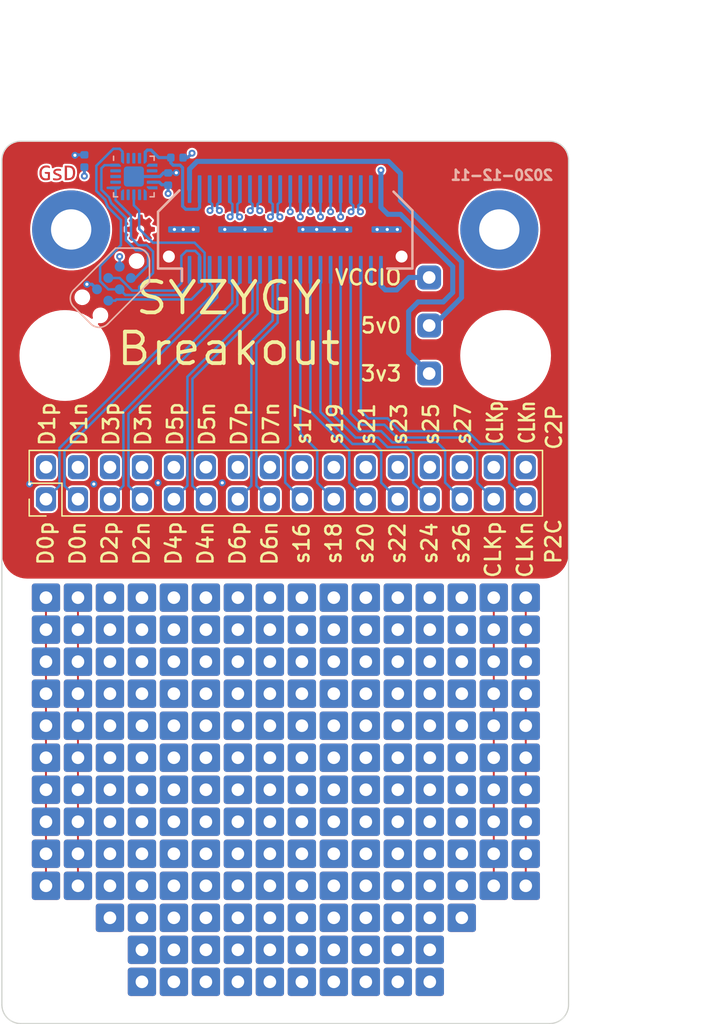
<source format=kicad_pcb>
(kicad_pcb (version 20221018) (generator pcbnew)
  (title_block (title "CAN Breakout") (date "2020-05-26") (rev "r1.0") (comment 1 "SYZYGY Pod"))
  (layers (0 "F.Cu" signal) (1 "In1.Cu" power) (2 "In2.Cu" signal) (31 "B.Cu" signal) (34 "B.Paste" user) (35 "F.Paste" user) (36 "B.SilkS" user "B.Silkscreen") (37 "F.SilkS" user "F.Silkscreen") (38 "B.Mask" user) (39 "F.Mask" user) (44 "Edge.Cuts" user))
  (net 0 "")
  (net 1 "GND")
  (net 2 "+3V3")
  (net 3 "/Peripheral MCU/MISO")
  (net 4 "/Peripheral MCU/~{RESET}")
  (net 5 "/SCL")
  (net 6 "/SDA")
  (net 7 "/RGA")
  (net 8 "/D0_P")
  (net 9 "/D1_P")
  (net 10 "/D0_N")
  (net 11 "/D1_N")
  (net 12 "/D2_P")
  (net 13 "/D3_P")
  (net 14 "/D2_N")
  (net 15 "+5V")
  (net 16 "/D3_N")
  (net 17 "/D4_P")
  (net 18 "/D5_P")
  (net 19 "/D4_N")
  (net 20 "/D5_N")
  (net 21 "/D6_P")
  (net 22 "/D7_P")
  (net 23 "/D6_N")
  (net 24 "/D7_N")
  (net 25 "/S16")
  (net 26 "/S17")
  (net 27 "/S18")
  (net 28 "/S19")
  (net 29 "/S20")
  (net 30 "/S21")
  (net 31 "/S22")
  (net 32 "/S23")
  (net 33 "/S24")
  (net 34 "/S25")
  (net 35 "/S26")
  (net 36 "/S27")
  (net 37 "/P2C_CLK_P")
  (net 38 "/C2P_CLK_P")
  (net 39 "/P2C_CLK_N")
  (net 40 "/C2P_CLK_N")
  (net 41 "no_connect_55")
  (net 42 "no_connect_56")
  (net 43 "no_connect_51")
  (net 44 "no_connect_52")
  (net 45 "no_connect_53")
  (net 46 "no_connect_54")
  (net 47 "Net-(U2-Pad2)")
  (net 48 "Net-(U2-Pad3)")
  (net 49 "Net-(U2-Pad4)")
  (net 50 "Net-(U2-Pad11)")
  (net 51 "Net-(U2-Pad12)")
  (net 52 "Net-(U2-Pad14)")
  (net 53 "Net-(U2-Pad15)")
  (net 54 "Net-(J1-Pad37)")
  (net 55 "Net-(J1-Pad38)")
  (net 56 "/VCCIO")
  (footprint "Connector_PinHeader_1.00mm:PinHeader_1x01_P1.00mm_Vertical" (layer "F.Cu") (at 126.24 117.41)
    (fp_text reference "" hide)
    (fp_text value "" hide)
  )
  (footprint "Connector_PinHeader_2.54mm:PinHeader_1x01_P2.54mm_Vertical" (layer "F.Cu") (at 141.43 92.01)
    (fp_text reference "J6" hide)
    (fp_text value "Conn_01x01_Male" hide)
  )
  (footprint "Connector_PinHeader_1.00mm:PinHeader_1x01_P1.00mm_Vertical" (layer "F.Cu") (at 138.94 119.95)
    (fp_text reference "" hide)
    (fp_text value "" hide)
  )
  (footprint "Connector_PinHeader_1.00mm:PinHeader_1x01_P1.00mm_Vertical" (layer "F.Cu") (at 131.32 137.73)
    (fp_text reference "" hide)
    (fp_text value "" hide)
  )
  (footprint "Connector_PinHeader_1.00mm:PinHeader_1x01_P1.00mm_Vertical" (layer "F.Cu") (at 149.1 132.65)
    (fp_text reference "" hide)
    (fp_text value "" hide)
  )
  (footprint "Connector_PinHeader_1.00mm:PinHeader_1x01_P1.00mm_Vertical" (layer "F.Cu") (at 138.94 142.81)
    (fp_text reference "" hide)
    (fp_text value "" hide)
  )
  (footprint "Connector_PinHeader_1.00mm:PinHeader_1x01_P1.00mm_Vertical" (layer "F.Cu") (at 121.16 130.11)
    (fp_text reference "" hide)
    (fp_text value "" hide)
  )
  (footprint "Connector_PinHeader_1.00mm:PinHeader_1x01_P1.00mm_Vertical" (layer "F.Cu") (at 144.02 140.27)
    (fp_text reference "" hide)
    (fp_text value "" hide)
  )
  (footprint "Connector_PinHeader_1.00mm:PinHeader_1x01_P1.00mm_Vertical" (layer "F.Cu") (at 141.48 145.35)
    (fp_text reference "" hide)
    (fp_text value "" hide)
  )
  (footprint "Connector_PinHeader_1.00mm:PinHeader_1x01_P1.00mm_Vertical" (layer "F.Cu") (at 123.7 145.35)
    (fp_text reference "" hide)
    (fp_text value "" hide)
  )
  (footprint "Connector_PinHeader_1.00mm:PinHeader_1x01_P1.00mm_Vertical" (layer "F.Cu") (at 111 137.73)
    (fp_text reference "" hide)
    (fp_text value "" hide)
  )
  (footprint "Connector_PinHeader_1.00mm:PinHeader_1x01_P1.00mm_Vertical" (layer "F.Cu") (at 128.78 130.11)
    (fp_text reference "" hide)
    (fp_text value "" hide)
  )
  (footprint "Connector_PinHeader_1.00mm:PinHeader_1x01_P1.00mm_Vertical" (layer "F.Cu") (at 116.08 122.49)
    (fp_text reference "" hide)
    (fp_text value "" hide)
  )
  (footprint "Connector_PinHeader_1.00mm:PinHeader_1x01_P1.00mm_Vertical" (layer "F.Cu") (at 113.54 125.03)
    (fp_text reference "" hide)
    (fp_text value "" hide)
  )
  (footprint "Connector_PinHeader_1.00mm:PinHeader_1x01_P1.00mm_Vertical" (layer "F.Cu") (at 141.48 125.03)
    (fp_text reference "" hide)
    (fp_text value "" hide)
  )
  (footprint "Connector_PinHeader_1.00mm:PinHeader_1x01_P1.00mm_Vertical" (layer "F.Cu") (at 146.56 117.41)
    (fp_text reference "" hide)
    (fp_text value "" hide)
  )
  (footprint "Connector_PinHeader_1.00mm:PinHeader_1x01_P1.00mm_Vertical" (layer "F.Cu") (at 133.86 122.49)
    (fp_text reference "" hide)
    (fp_text value "" hide)
  )
  (footprint "Connector_PinHeader_1.00mm:PinHeader_1x01_P1.00mm_Vertical" (layer "F.Cu") (at 138.94 117.41)
    (fp_text reference "" hide)
    (fp_text value "" hide)
  )
  (footprint "Connector_PinHeader_1.00mm:PinHeader_1x01_P1.00mm_Vertical" (layer "F.Cu") (at 136.4 132.65)
    (fp_text reference "" hide)
    (fp_text value "" hide)
  )
  (footprint "Connector_PinHeader_1.00mm:PinHeader_1x01_P1.00mm_Vertical" (layer "F.Cu") (at 123.7 130.11)
    (fp_text reference "" hide)
    (fp_text value "" hide)
  )
  (footprint "Connector_PinHeader_1.00mm:PinHeader_1x01_P1.00mm_Vertical" (layer "F.Cu") (at 111 135.19)
    (fp_text reference "" hide)
    (fp_text value "" hide)
  )
  (footprint "Connector_PinHeader_1.00mm:PinHeader_1x01_P1.00mm_Vertical" (layer "F.Cu") (at 123.7 122.49)
    (fp_text reference "" hide)
    (fp_text value "" hide)
  )
  (footprint "Connector_PinHeader_1.00mm:PinHeader_1x01_P1.00mm_Vertical" (layer "F.Cu") (at 116.08 130.11)
    (fp_text reference "" hide)
    (fp_text value "" hide)
  )
  (footprint "Connector_PinHeader_1.00mm:PinHeader_1x01_P1.00mm_Vertical" (layer "F.Cu") (at 141.48 142.81)
    (fp_text reference "" hide)
    (fp_text value "" hide)
  )
  (footprint "Connector_PinHeader_1.00mm:PinHeader_1x01_P1.00mm_Vertical" (layer "F.Cu") (at 123.7 119.95)
    (fp_text reference "" hide)
    (fp_text value "" hide)
  )
  (footprint "Connector_PinHeader_1.00mm:PinHeader_1x01_P1.00mm_Vertical" (layer "F.Cu") (at 138.94 135.19)
    (fp_text reference "" hide)
    (fp_text value "" hide)
  )
  (footprint "Connector_PinHeader_1.00mm:PinHeader_1x01_P1.00mm_Vertical" (layer "F.Cu") (at 144.02 127.57)
    (fp_text reference "" hide)
    (fp_text value "" hide)
  )
  (footprint "Connector_PinHeader_1.00mm:PinHeader_1x01_P1.00mm_Vertical" (layer "F.Cu") (at 121.16 117.41)
    (fp_text reference "" hide)
    (fp_text value "" hide)
  )
  (footprint "Connector_PinHeader_1.00mm:PinHeader_1x01_P1.00mm_Vertical" (layer "F.Cu") (at 131.32 130.11)
    (fp_text reference "" hide)
    (fp_text value "" hide)
  )
  (footprint "Connector_PinHeader_1.00mm:PinHeader_1x01_P1.00mm_Vertical" (layer "F.Cu") (at 121.16 137.73)
    (fp_text reference "" hide)
    (fp_text value "" hide)
  )
  (footprint "Connector_PinHeader_1.00mm:PinHeader_1x01_P1.00mm_Vertical" (layer "F.Cu") (at 123.7 125.03)
    (fp_text reference "" hide)
    (fp_text value "" hide)
  )
  (footprint "Connector_PinHeader_1.00mm:PinHeader_1x01_P1.00mm_Vertical" (layer "F.Cu") (at 118.62 137.73)
    (fp_text reference "" hide)
    (fp_text value "" hide)
  )
  (footprint "Connector_PinHeader_1.00mm:PinHeader_1x01_P1.00mm_Vertical" (layer "F.Cu") (at 126.24 130.11)
    (fp_text reference "" hide)
    (fp_text value "" hide)
  )
  (footprint "Connector_PinHeader_1.00mm:PinHeader_1x01_P1.00mm_Vertical" (layer "F.Cu") (at 136.4 125.03)
    (fp_text reference "" hide)
    (fp_text value "" hide)
  )
  (footprint "Connector_PinHeader_1.00mm:PinHeader_1x01_P1.00mm_Vertical" (layer "F.Cu") (at 131.32 140.27)
    (fp_text reference "" hide)
    (fp_text value "" hide)
  )
  (footprint "Connector_PinHeader_1.00mm:PinHeader_1x01_P1.00mm_Vertical" (layer "F.Cu") (at 141.48 137.73)
    (fp_text reference "" hide)
    (fp_text value "" hide)
  )
  (footprint "Connector_PinHeader_1.00mm:PinHeader_1x01_P1.00mm_Vertical" (layer "F.Cu") (at 146.56 130.11)
    (fp_text reference "" hide)
    (fp_text value "" hide)
  )
  (footprint "Connector_PinHeader_1.00mm:PinHeader_1x01_P1.00mm_Vertical" (layer "F.Cu") (at 144.02 130.11)
    (fp_text reference "" hide)
    (fp_text value "" hide)
  )
  (footprint "MountingHole:MountingHole_3.2mm_M3_DIN965" (layer "F.Cu") (at 147.5 98.2 90)
    (fp_text reference "H2" hide)
    (fp_text value "MountingHole" hide)
  )
  (footprint "Connector_PinHeader_1.00mm:PinHeader_1x01_P1.00mm_Vertical" (layer "F.Cu") (at 149.1 119.95)
    (fp_text reference "" hide)
    (fp_text value "" hide)
  )
  (footprint "Connector_PinHeader_1.00mm:PinHeader_1x01_P1.00mm_Vertical" (layer "F.Cu") (at 121.16 122.49)
    (fp_text reference "" hide)
    (fp_text value "" hide)
  )
  (footprint "MountingHole:MountingHole_3.2mm_M3_DIN965" (layer "F.Cu") (at 112.4 146.2 90)
    (fp_text reference "H3" hide)
    (fp_text value "MountingHole" hide)
  )
  (footprint "Connector_PinHeader_1.00mm:PinHeader_1x01_P1.00mm_Vertical" (layer "F.Cu") (at 131.32 145.35)
    (fp_text reference "" hide)
    (fp_text value "" hide)
  )
  (footprint "Connector_PinHeader_1.00mm:PinHeader_1x01_P1.00mm_Vertical" (layer "F.Cu") (at 111 132.65)
    (fp_text reference "" hide)
    (fp_text value "" hide)
  )
  (footprint "Connector_PinHeader_1.00mm:PinHeader_1x01_P1.00mm_Vertical" (layer "F.Cu") (at 136.4 122.49)
    (fp_text reference "" hide)
    (fp_text value "" hide)
  )
  (footprint "Connector_PinHeader_1.00mm:PinHeader_1x01_P1.00mm_Vertical" (layer "F.Cu") (at 118.62 135.19)
    (fp_text reference "" hide)
    (fp_text value "" hide)
  )
  (footprint "Connector_PinHeader_1.00mm:PinHeader_1x01_P1.00mm_Vertical" (layer "F.Cu") (at 116.08 142.81)
    (fp_text reference "" hide)
    (fp_text value "" hide)
  )
  (footprint "Connector_PinHeader_1.00mm:PinHeader_1x01_P1.00mm_Vertical" (layer "F.Cu") (at 128.78 140.27)
    (fp_text reference "" hide)
    (fp_text value "" hide)
  )
  (footprint "Connector_PinHeader_1.00mm:PinHeader_1x01_P1.00mm_Vertical" (layer "F.Cu") (at 136.4 140.27)
    (fp_text reference "" hide)
    (fp_text value "" hide)
  )
  (footprint "MountingHole:MountingHole_3.2mm_M3_DIN965" (layer "F.Cu") (at 112.5 98.2 90)
    (fp_text reference "H1" hide)
    (fp_text value "MountingHole" hide)
  )
  (footprint "Connector_PinHeader_1.00mm:PinHeader_1x01_P1.00mm_Vertical" (layer "F.Cu") (at 128.78 122.49)
    (fp_text reference "" hide)
    (fp_text value "" hide)
  )
  (footprint "Connector_PinHeader_1.00mm:PinHeader_1x01_P1.00mm_Vertical" (layer "F.Cu") (at 128.78 117.41)
    (fp_text reference "" hide)
    (fp_text value "" hide)
  )
  (footprint "Connector_PinHeader_1.00mm:PinHeader_1x01_P1.00mm_Vertical" (layer "F.Cu") (at 149.1 135.19)
    (fp_text reference "" hide)
    (fp_text value "" hide)
  )
  (footprint "Connector_PinHeader_1.00mm:PinHeader_1x01_P1.00mm_Vertical" (layer "F.Cu") (at 128.78 137.73)
    (fp_text reference "" hide)
    (fp_text value "" hide)
  )
  (footprint "Connector_PinHeader_1.00mm:PinHeader_1x01_P1.00mm_Vertical" (layer "F.Cu") (at 141.48 117.41)
    (fp_text reference "" hide)
    (fp_text value "" hide)
  )
  (footprint "Connector_PinHeader_1.00mm:PinHeader_1x01_P1.00mm_Vertical" (layer "F.Cu") (at 118.62 117.41)
    (fp_text reference "" hide)
    (fp_text value "" hide)
  )
  (footprint "Connector_PinHeader_1.00mm:PinHeader_1x01_P1.00mm_Vertical" (layer "F.Cu") (at 123.7 142.81)
    (fp_text reference "" hide)
    (fp_text value "" hide)
  )
  (footprint "Connector_PinHeader_1.00mm:PinHeader_1x01_P1.00mm_Vertical" (layer "F.Cu") (at 113.54 127.57)
    (fp_text reference "" hide)
    (fp_text value "" hide)
  )
  (footprint "Connector_PinHeader_1.00mm:PinHeader_1x01_P1.00mm_Vertical" (layer "F.Cu") (at 126.24 137.73)
    (fp_text reference "" hide)
    (fp_text value "" hide)
  )
  (footprint "Connector_PinHeader_1.00mm:PinHeader_1x01_P1.00mm_Vertical" (layer "F.Cu") (at 123.7 132.65)
    (fp_text reference "" hide)
    (fp_text value "" hide)
  )
  (footprint "Connector_PinHeader_1.00mm:PinHeader_1x01_P1.00mm_Vertical" (layer "F.Cu") (at 118.62 125.03)
    (fp_text reference "" hide)
    (fp_text value "" hide)
  )
  (footprint "Connector_PinHeader_1.00mm:PinHeader_1x01_P1.00mm_Vertical" (layer "F.Cu") (at 118.62 142.81)
    (fp_text reference "" hide)
    (fp_text value "" hide)
  )
  (footprint "Connector_PinHeader_1.00mm:PinHeader_1x01_P1.00mm_Vertical" (layer "F.Cu") (at 146.56 119.95)
    (fp_text reference "" hide)
    (fp_text value "" hide)
  )
  (footprint "Connector_PinHeader_1.00mm:PinHeader_1x01_P1.00mm_Vertical" (layer "F.Cu") (at 126.24 140.27)
    (fp_text reference "" hide)
    (fp_text value "" hide)
  )
  (footprint "Connector_PinHeader_1.00mm:PinHeader_1x01_P1.00mm_Vertical" (layer "F.Cu") (at 146.56 125.03)
    (fp_text reference "" hide)
    (fp_text value "" hide)
  )
  (footprint "Connector_PinHeader_1.00mm:PinHeader_1x01_P1.00mm_Vertical" (layer "F.Cu") (at 111 117.41)
    (fp_text reference "" hide)
    (fp_text value "" hide)
  )
  (footprint "Connector_PinHeader_1.00mm:PinHeader_1x01_P1.00mm_Vertical" (layer "F.Cu") (at 126.24 132.65)
    (fp_text reference "" hide)
    (fp_text value "" hide)
  )
  (footprint "Connector_PinHeader_1.00mm:PinHeader_1x01_P1.00mm_Vertical" (layer "F.Cu") (at 131.32 117.41)
    (fp_text reference "" hide)
    (fp_text value "" hide)
  )
  (footprint "Connector_PinHeader_1.00mm:PinHeader_1x01_P1.00mm_Vertical" (layer "F.Cu") (at 126.24 122.49)
    (fp_text reference "" hide)
    (fp_text value "" hide)
  )
  (footprint "Connector_PinHeader_1.00mm:PinHeader_1x01_P1.00mm_Vertical" (layer "F.Cu") (at 116.08 117.41)
    (fp_text reference "" hide)
    (fp_text value "" hide)
  )
  (footprint "Connector_PinHeader_1.00mm:PinHeader_1x01_P1.00mm_Vertical" (layer "F.Cu") (at 138.94 137.73)
    (fp_text reference "" hide)
    (fp_text value "" hide)
  )
  (footprint "Connector_PinHeader_1.00mm:PinHeader_1x01_P1.00mm_Vertical" (layer "F.Cu") (at 118.62 122.49)
    (fp_text reference "" hide)
    (fp_text value "" hide)
  )
  (footprint "Connector_PinHeader_1.00mm:PinHeader_1x01_P1.00mm_Vertical" (layer "F.Cu") (at 118.62 147.89)
    (fp_text reference "" hide)
    (fp_text value "" hide)
  )
  (footprint "Connector_PinHeader_1.00mm:PinHeader_1x01_P1.00mm_Vertical" (layer "F.Cu") (at 133.86 140.27)
    (fp_text reference "" hide)
    (fp_text value "" hide)
  )
  (footprint "Connector_PinHeader_1.00mm:PinHeader_1x01_P1.00mm_Vertical" (layer "F.Cu") (at 121.16 142.81)
    (fp_text reference "" hide)
    (fp_text value "" hide)
  )
  (footprint "Connector_PinHeader_1.00mm:PinHeader_1x01_P1.00mm_Vertical" (layer "F.Cu") (at 126.24 119.95)
    (fp_text reference "" hide)
    (fp_text value "" hide)
  )
  (footprint "Connector_PinHeader_1.00mm:PinHeader_1x01_P1.00mm_Vertical" (layer "F.Cu") (at 123.7 140.27)
    (fp_text reference "" hide)
    (fp_text value "" hide)
  )
  (footprint "Connector_PinHeader_1.00mm:PinHeader_1x01_P1.00mm_Vertical" (layer "F.Cu") (at 144.02 125.03)
    (fp_text reference "" hide)
    (fp_text value "" hide)
  )
  (footprint "Connector_PinHeader_1.00mm:PinHeader_1x01_P1.00mm_Vertical" (layer "F.Cu") (at 131.32 122.49)
    (fp_text reference "" hide)
    (fp_text value "" hide)
  )
  (footprint "gkl_logos:gsd_logo_small" (layer "F.Cu") (at 111.9 83.8)
    (fp_text reference "G***" hide)
    (fp_text value "LOGO" hide)
  )
  (footprint "Connector_PinHeader_1.00mm:PinHeader_1x01_P1.00mm_Vertical" (layer "F.Cu") (at 118.62 140.27)
    (fp_text reference "" hide)
    (fp_text value "" hide)
  )
  (footprint "Connector_PinHeader_1.00mm:PinHeader_1x01_P1.00mm_Vertical" (layer "F.Cu") (at 131.32 142.81)
    (fp_text reference "" hide)
    (fp_text value "" hide)
  )
  (footprint "Connector_PinHeader_1.00mm:PinHeader_1x01_P1.00mm_Vertical" (layer "F.Cu") (at 146.56 127.57)
    (fp_text reference "" hide)
    (fp_text value "" hide)
  )
  (footprint "Connector_PinHeader_1.00mm:PinHeader_1x01_P1.00mm_Vertical" (layer "F.Cu") (at 133.86 137.73)
    (fp_text reference "" hide)
    (fp_text value "" hide)
  )
  (footprint "Connector_PinHeader_1.00mm:PinHeader_1x01_P1.00mm_Vertical" (layer "F.Cu") (at 116.08 140.27)
    (fp_text reference "" hide)
    (fp_text value "" hide)
  )
  (footprint "Connector_PinHeader_1.00mm:PinHeader_1x01_P1.00mm_Vertical" (layer "F.Cu") (at 131.32 119.95)
    (fp_text reference "" hide)
    (fp_text value "" hide)
  )
  (footprint "Connector_PinHeader_1.00mm:PinHeader_1x01_P1.00mm_Vertical" (layer "F.Cu") (at 133.86 142.81)
    (fp_text reference "" hide)
    (fp_text value "" hide)
  )
  (footprint "Connector_PinHeader_1.00mm:PinHeader_1x01_P1.00mm_Vertical" (layer "F.Cu") (at 111 119.95)
    (fp_text reference "" hide)
    (fp_text value "" hide)
  )
  (footprint "Connector_PinHeader_1.00mm:PinHeader_1x01_P1.00mm_Vertical" (layer "F.Cu") (at 123.7 147.89)
    (fp_text reference "" hide)
    (fp_text value "" hide)
  )
  (footprint "Connector_PinHeader_1.00mm:PinHeader_1x01_P1.00mm_Vertical" (layer "F.Cu") (at 138.94 140.27)
    (fp_text reference "" hide)
    (fp_text value "" hide)
  )
  (footprint "Connector_PinHeader_1.00mm:PinHeader_1x01_P1.00mm_Vertical" (layer "F.Cu") (at 121.16 145.35)
    (fp_text reference "" hide)
    (fp_text value "" hide)
  )
  (footprint "Connector_PinHeader_1.00mm:PinHeader_1x01_P1.00mm_Vertical" (layer "F.Cu") (at 136.4 145.35)
    (fp_text reference "" hide)
    (fp_text value "" hide)
  )
  (footprint "Connector_PinHeader_1.00mm:PinHeader_1x01_P1.00mm_Vertical" (layer "F.Cu") (at 141.48 130.11)
    (fp_text reference "" hide)
    (fp_text value "" hide)
  )
  (footprint "Connector_PinHeader_1.00mm:PinHeader_1x01_P1.00mm_Vertical" (layer "F.Cu") (at 113.54 137.73)
    (fp_text reference "" hide)
    (fp_text value "" hide)
  )
  (footprint "Connector_PinHeader_1.00mm:PinHeader_1x01_P1.00mm_Vertical" (layer "F.Cu") (at 133.86 147.89)
    (fp_text reference "" hide)
    (fp_text value "" hide)
  )
  (footprint "Connector_PinHeader_1.00mm:PinHeader_1x01_P1.00mm_Vertical" (layer "F.Cu") (at 146.56 122.49)
    (fp_text reference "" hide)
    (fp_text value "" hide)
  )
  (footprint "Connector_PinHeader_1.00mm:PinHeader_1x01_P1.00mm_Vertical" (layer "F.Cu") (at 131.32 125.03)
    (fp_text reference "" hide)
    (fp_text value "" hide)
  )
  (footprint "Connector_PinHeader_1.00mm:PinHeader_1x01_P1.00mm_Vertical" (layer "F.Cu") (at 116.08 119.95)
    (fp_text reference "" hide)
    (fp_text value "" hide)
  )
  (footprint "Connector_PinHeader_1.00mm:PinHeader_1x01_P1.00mm_Vertical" (layer "F.Cu") (at 128.78 119.95)
    (fp_text reference "" hide)
    (fp_text value "" hide)
  )
  (footprint "Connector_PinHeader_1.00mm:PinHeader_1x01_P1.00mm_Vertical" (layer "F.Cu") (at 144.02 119.95)
    (fp_text reference "" hide)
    (fp_text value "" hide)
  )
  (footprint "Connector_PinHeader_1.00mm:PinHeader_1x01_P1.00mm_Vertical" (layer "F.Cu") (at 116.08 135.19)
    (fp_text reference "" hide)
    (fp_text value "" hide)
  )
  (footprint "Connector_PinHeader_1.00mm:PinHeader_1x01_P1.00mm_Vertical" (layer "F.Cu") (at 138.94 127.57)
    (fp_text reference "" hide)
    (fp_text value "" hide)
  )
  (footprint "Connector_PinHeader_1.00mm:PinHeader_1x01_P1.00mm_Vertical" (layer "F.Cu") (at 136.4 119.95)
    (fp_text reference "" hide)
    (fp_text value "" hide)
  )
  (footprint "Connector_PinHeader_1.00mm:PinHeader_1x01_P1.00mm_Vertical" (layer "F.Cu") (at 113.54 135.19)
    (fp_text reference "" hide)
    (fp_text value "" hide)
  )
  (footprint "Connector_PinHeader_1.00mm:PinHeader_1x01_P1.00mm_Vertical" (layer "F.Cu") (at 111 127.57)
    (fp_text reference "" hide)
    (fp_text value "" hide)
  )
  (footprint "Connector_PinHeader_1.00mm:PinHeader_1x01_P1.00mm_Vertical" (layer "F.Cu") (at 133.86 125.03)
    (fp_text reference "" hide)
    (fp_text value "" hide)
  )
  (footprint "Connector_PinHeader_1.00mm:PinHeader_1x01_P1.00mm_Vertical" (layer "F.Cu") (at 116.08 137.73)
    (fp_text reference "" hide)
    (fp_text value "" hide)
  )
  (footprint "Connector_PinHeader_1.00mm:PinHeader_1x01_P1.00mm_Vertical" (layer "F.Cu") (at 113.54 140.27)
    (fp_text reference "" hide)
    (fp_text value "" hide)
  )
  (footprint "Connector_PinHeader_1.00mm:PinHeader_1x01_P1.00mm_Vertical" (layer "F.Cu") (at 123.7 135.19)
    (fp_text reference "" hide)
    (fp_text value "" hide)
  )
  (footprint "Connector_PinHeader_1.00mm:PinHeader_1x01_P1.00mm_Vertical" (layer "F.Cu") (at 133.86 117.41)
    (fp_text reference "" hide)
    (fp_text value "" hide)
  )
  (footprint "Connector_PinHeader_1.00mm:PinHeader_1x01_P1.00mm_Vertical" (layer "F.Cu") (at 141.48 119.95)
    (fp_text reference "" hide)
    (fp_text value "" hide)
  )
  (footprint "Connector_PinHeader_1.00mm:PinHeader_1x01_P1.00mm_Vertical" (layer "F.Cu") (at 136.4 117.41)
    (fp_text reference "" hide)
    (fp_text value "" hide)
  )
  (footprint "Connector_PinHeader_1.00mm:PinHeader_1x01_P1.00mm_Vertical" (layer "F.Cu") (at 116.08 127.57)
    (fp_text reference "" hide)
    (fp_text value "" hide)
  )
  (footprint "Connector_PinHeader_1.00mm:PinHeader_1x01_P1.00mm_Vertical" (layer "F.Cu") (at 146.56 142.81)
    (fp_text reference "" hide)
    (fp_text value "" hide)
  )
  (footprint "Connector_PinHeader_1.00mm:PinHeader_1x01_P1.00mm_Vertical" (layer "F.Cu") (at 138.94 145.35)
    (fp_text reference "" hide)
    (fp_text value "" hide)
  )
  (footprint "Connector_PinHeader_1.00mm:PinHeader_1x01_P1.00mm_Vertical" (layer "F.Cu") (at 136.4 127.57)
    (fp_text reference "" hide)
    (fp_text value "" hide)
  )
  (footprint "Connector_PinHeader_1.00mm:PinHeader_1x01_P1.00mm_Vertical" (layer "F.Cu") (at 121.16 140.27)
    (fp_text reference "" hide)
    (fp_text value "" hide)
  )
  (footprint "Connector_PinHeader_1.00mm:PinHeader_1x01_P1.00mm_Vertical" (layer "F.Cu") (at 136.4 130.11)
    (fp_text reference "" hide)
    (fp_text value "" hide)
  )
  (footprint "Connector_PinHeader_1.00mm:PinHeader_1x01_P1.00mm_Vertical" (layer "F.Cu") (at 149.1 130.11)
    (fp_text reference "" hide)
    (fp_text value "" hide)
  )
  (footprint "Connector_PinHeader_1.00mm:PinHeader_1x01_P1.00mm_Vertical" (layer "F.Cu") (at 123.7 137.73)
    (fp_text reference "" hide)
    (fp_text value "" hide)
  )
  (footprint "Connector_PinHeader_1.00mm:PinHeader_1x01_P1.00mm_Vertical" (layer "F.Cu") (at 123.7 127.57)
    (fp_text reference "" hide)
    (fp_text value "" hide)
  )
  (footprint "Connector_PinHeader_1.00mm:PinHeader_1x01_P1.00mm_Vertical" (layer "F.Cu") (at 146.56 137.73)
    (fp_text reference "" hide)
    (fp_text value "" hide)
  )
  (footprint "Connector_PinHeader_1.00mm:PinHeader_1x01_P1.00mm_Vertical" (layer "F.Cu") (at 149.1 140.27)
    (fp_text reference "" hide)
    (fp_text value "" hide)
  )
  (footprint "Connector_PinHeader_1.00mm:PinHeader_1x01_P1.00mm_Vertical" (layer "F.Cu") (at 133.86 135.19)
    (fp_text reference "" hide)
    (fp_text value "" hide)
  )
  (footprint "Connector_PinHeader_1.00mm:PinHeader_1x01_P1.00mm_Vertical" (layer "F.Cu") (at 138.94 147.89)
    (fp_text reference "" hide)
    (fp_text value "" hide)
  )
  (footprint "Connector_PinHeader_1.00mm:PinHeader_1x01_P1.00mm_Vertical" (layer "F.Cu") (at 133.86 127.57)
    (fp_text reference "" hide)
    (fp_text value "" hide)
  )
  (footprint "Connector_PinHeader_1.00mm:PinHeader_1x01_P1.00mm_Vertical" (layer "F.Cu") (at 149.1 137.73)
    (fp_text reference "" hide)
    (fp_text value "" hide)
  )
  (footprint "Connector_PinHeader_1.00mm:PinHeader_1x01_P1.00mm_Vertical" (layer "F.Cu") (at 138.94 122.49)
    (fp_text reference "" hide)
    (fp_text value "" hide)
  )
  (footprint "Connector_PinHeader_1.00mm:PinHeader_1x01_P1.00mm_Vertical" (layer "F.Cu") (at 128.78 147.89)
    (fp_text reference "" hide)
    (fp_text value "" hide)
  )
  (footprint "MountingHole:MountingHole_3.2mm_M3_DIN965" (layer "F.Cu") (at 147.5 146.2 90)
    (fp_text reference "H4" hide)
    (fp_text value "MountingHole" hide)
  )
  (footprint "Connector_PinHeader_1.00mm:PinHeader_1x01_P1.00mm_Vertical" (layer "F.Cu") (at 131.32 127.57)
    (fp_text reference "" hide)
    (fp_text value "" hide)
  )
  (footprint "Connector_PinHeader_1.00mm:PinHeader_1x01_P1.00mm_Vertical" (layer "F.Cu") (at 141.48 122.49)
    (fp_text reference "" hide)
    (fp_text value "" hide)
  )
  (footprint "Connector_PinHeader_1.00mm:PinHeader_1x01_P1.00mm_Vertical" (layer "F.Cu") (at 128.78 142.81)
    (fp_text reference "" hide)
    (fp_text value "" hide)
  )
  (footprint "Connector_PinHeader_1.00mm:PinHeader_1x01_P1.00mm_Vertical" (layer "F.Cu") (at 126.24 127.57)
    (fp_text reference "" hide)
    (fp_text value "" hide)
  )
  (footprint "Connector_PinHeader_1.00mm:PinHeader_1x01_P1.00mm_Vertical" (layer "F.Cu") (at 138.94 125.03)
    (fp_text reference "" hide)
    (fp_text value "" hide)
  )
  (footprint "Connector_PinHeader_1.00mm:PinHeader_1x01_P1.00mm_Vertical" (layer "F.Cu") (at 141.48 140.27)
    (fp_text reference "" hide)
    (fp_text value "" hide)
  )
  (footprint "Connector_PinHeader_1.00mm:PinHeader_1x01_P1.00mm_Vertical" (layer "F.Cu") (at 149.1 125.03)
    (fp_text reference "" hide)
    (fp_text value "" hide)
  )
  (footprint "Connector_PinHeader_1.00mm:PinHeader_1x01_P1.00mm_Vertical" (layer "F.Cu") (at 131.32 135.19)
    (fp_text reference "" hide)
    (fp_text value "" hide)
  )
  (footprint "Connector_PinHeader_1.00mm:PinHeader_1x01_P1.00mm_Vertical" (layer "F.Cu") (at 144.02 135.19)
    (fp_text reference "" hide)
    (fp_text value "" hide)
  )
  (footprint "Connector_PinHeader_1.00mm:PinHeader_1x01_P1.00mm_Vertical" (layer "F.Cu") (at 149.1 117.41)
    (fp_text reference "" hide)
    (fp_text value "" hide)
  )
  (footprint "Connector_PinHeader_1.00mm:PinHeader_1x01_P1.00mm_Vertical" (layer "F.Cu") (at 136.4 142.81)
    (fp_text reference "" hide)
    (fp_text value "" hide)
  )
  (footprint "Connector_PinHeader_1.00mm:PinHeader_1x01_P1.00mm_Vertical" (layer "F.Cu") (at 111 125.03)
    (fp_text reference "" hide)
    (fp_text value "" hide)
  )
  (footprint "Connector_PinHeader_1.00mm:PinHeader_1x01_P1.00mm_Vertical" (layer "F.Cu") (at 113.54 122.49)
    (fp_text reference "" hide)
    (fp_text value "" hide)
  )
  (footprint "Connector_PinHeader_1.00mm:PinHeader_1x01_P1.00mm_Vertical" (layer "F.Cu") (at 136.4 137.73)
    (fp_text reference "" hide)
    (fp_text value "" hide)
  )
  (footprint "Connector_PinHeader_1.00mm:PinHeader_1x01_P1.00mm_Vertical" (layer "F.Cu") (at 133.86 145.35)
    (fp_text reference "" hide)
    (fp_text value "" hide)
  )
  (footprint "Connector_PinHeader_1.00mm:PinHeader_1x01_P1.00mm_Vertical" (layer "F.Cu") (at 121.16 132.65)
    (fp_text reference "" hide)
    (fp_text value "" hide)
  )
  (footprint "Connector_PinHeader_1.00mm:PinHeader_1x01_P1.00mm_Vertical" (layer "F.Cu") (at 116.08 132.65)
    (fp_text reference "" hide)
    (fp_text value "" hide)
  )
  (footprint "Connector_PinHeader_1.00mm:PinHeader_1x01_P1.00mm_Vertical" (layer "F.Cu") (at 116.08 125.03)
    (fp_text reference "" hide)
    (fp_text value "" hide)
  )
  (footprint "Connector_PinHeader_1.00mm:PinHeader_1x01_P1.00mm_Vertical" (layer "F.Cu") (at 128.78 132.65)
    (fp_text reference "" hide)
    (fp_text value "" hide)
  )
  (footprint "Connector_PinHeader_1.00mm:PinHeader_1x01_P1.00mm_Vertical" (layer "F.Cu") (at 118.62 130.11)
    (fp_text reference "" hide)
    (fp_text value "" hide)
  )
  (footprint "Connector_PinHeader_1.00mm:PinHeader_1x01_P1.00mm_Vertical" (layer "F.Cu") (at 118.62 132.65)
    (fp_text reference "" hide)
    (fp_text value "" hide)
  )
  (footprint "Connector_PinHeader_1.00mm:PinHeader_1x01_P1.00mm_Vertical" (layer "F.Cu") (at 111 130.11)
    (fp_text reference "" hide)
    (fp_text value "" hide)
  )
  (footprint "Connector_PinHeader_1.00mm:PinHeader_1x01_P1.00mm_Vertical" (layer "F.Cu") (at 146.56 135.19)
    (fp_text reference "" hide)
    (fp_text value "" hide)
  )
  (footprint "Connector_PinHeader_1.00mm:PinHeader_1x01_P1.00mm_Vertical" (layer "F.Cu") (at 141.48 127.57)
    (fp_text reference "" hide)
    (fp_text value "" hide)
  )
  (footprint "Connector_PinHeader_1.00mm:PinHeader_1x01_P1.00mm_Vertical" (layer "F.Cu") (at 128.78 127.57)
    (fp_text reference "" hide)
    (fp_text value "" hide)
  )
  (footprint "Connector_PinHeader_1.00mm:PinHeader_1x01_P1.00mm_Vertical" (layer "F.Cu") (at 141.48 147.89)
    (fp_text reference "" hide)
    (fp_text value "" hide)
  )
  (footprint "Connector_PinHeader_1.00mm:PinHeader_1x01_P1.00mm_Vertical" (layer "F.Cu") (at 136.4 147.89)
    (fp_text reference "" hide)
    (fp_text value "" hide)
  )
  (footprint "Connector_PinHeader_1.00mm:PinHeader_1x01_P1.00mm_Vertical" (layer "F.Cu") (at 128.78 135.19)
    (fp_text reference "" hide)
    (fp_text value "" hide)
  )
  (footprint "Connector_PinHeader_2.54mm:PinHeader_1x01_P2.54mm_Vertical" (layer "F.Cu") (at 141.43 95.82)
    (fp_text reference "J4" hide)
    (fp_text value "Conn_01x01_Male" hide)
  )
  (footprint "Connector_PinHeader_1.00mm:PinHeader_1x01_P1.00mm_Vertical" (layer "F.Cu") (at 141.48 132.65)
    (fp_text reference "" hide)
    (fp_text value "" hide)
  )
  (footprint "Connector_PinHeader_1.00mm:PinHeader_1x01_P1.00mm_Vertical" (layer "F.Cu") (at 146.56 140.27)
    (fp_text reference "" hide)
    (fp_text value "" hide)
  )
  (footprint "Connector_PinHeader_1.00mm:PinHeader_1x01_P1.00mm_Vertical" (layer "F.Cu") (at 133.86 132.65)
    (fp_text reference "" hide)
    (fp_text value "" hide)
  )
  (footprint "Connector_PinHeader_1.00mm:PinHeader_1x01_P1.00mm_Vertical" (layer "F.Cu") (at 126.24 142.81)
    (fp_text reference "" hide)
    (fp_text value "" hide)
  )
  (footprint "Connector_PinHeader_1.00mm:PinHeader_1x01_P1.00mm_Vertical" (layer "F.Cu") (at 126.24 125.03)
    (fp_text reference "" hide)
    (fp_text value "" hide)
  )
  (footprint "Connector_PinHeader_1.00mm:PinHeader_1x01_P1.00mm_Vertical" (layer "F.Cu") (at 131.32 147.89)
    (fp_text reference "" hide)
    (fp_text value "" hide)
  )
  (footprint "Connector_PinHeader_1.00mm:PinHeader_1x01_P1.00mm_Vertical" (layer "F.Cu") (at 144.02 142.81)
    (fp_text reference "" hide)
    (fp_text value "" hide)
  )
  (footprint "Connector_PinHeader_1.00mm:PinHeader_1x01_P1.00mm_Vertical" (layer "F.Cu") (at 121.16 147.89)
    (fp_text reference "" hide)
    (fp_text value "" hide)
  )
  (footprint "Connector_PinHeader_1.00mm:PinHeader_1x01_P1.00mm_Vertical" (layer "F.Cu") (at 138.94 130.11)
    (fp_text reference "" hide)
    (fp_text value "" hide)
  )
  (footprint "Connector_PinHeader_1.00mm:PinHeader_1x01_P1.00mm_Vertical" (layer "F.Cu") (at 113.54 130.11)
    (fp_text reference "" hide)
    (fp_text value "" hide)
  )
  (footprint "Connector_PinHeader_1.00mm:PinHeader_1x01_P1.00mm_Vertical" (layer "F.Cu") (at 126.24 145.35)
    (fp_text reference "" hide)
    (fp_text value "" hide)
  )
  (footprint "Connector_PinHeader_1.00mm:PinHeader_1x01_P1.00mm_Vertical" (layer "F.Cu") (at 121.16 135.19)
    (fp_text reference "" hide)
    (fp_text value "" hide)
  )
  (footprint "Connector_PinHeader_1.00mm:PinHeader_1x01_P1.00mm_Vertical" (layer "F.Cu") (at 126.24 147.89)
    (fp_text reference "" hide)
    (fp_text value "" hide)
  )
  (footprint "Connector_PinHeader_1.00mm:PinHeader_1x01_P1.00mm_Vertical" (layer "F.Cu") (at 144.02 132.65)
    (fp_text reference "" hide)
    (fp_text value "" hide)
  )
  (footprint "Connector_PinHeader_1.00mm:PinHeader_1x01_P1.00mm_Vertical" (layer "F.Cu") (at 113.54 117.41)
    (fp_text reference "" hide)
    (fp_text value "" hide)
  )
  (footprint "Connector_PinHeader_2.54mm:PinHeader_1x01_P2.54mm_Vertical" (layer "F.Cu") (at 141.43 99.63)
    (fp_text reference "J5" hide)
    (fp_text value "Conn_01x01_Male" hide)
  )
  (footprint "Connector_PinHeader_1.00mm:PinHeader_1x01_P1.00mm_Vertical" (layer "F.Cu") (at 121.16 127.57)
    (fp_text reference "" hide)
    (fp_text value "" hide)
  )
  (footprint "Connector_PinHeader_1.00mm:PinHeader_1x01_P1.00mm_Vertical" (layer "F.Cu") (at 128.78 145.35)
    (fp_text reference "" hide)
    (fp_text value "" hide)
  )
  (footprint "Connector_PinHeader_1.00mm:PinHeader_1x01_P1.00mm_Vertical" (layer "F.Cu") (at 133.86 119.95)
    (fp_text reference "" hide)
    (fp_text value "" hide)
  )
  (footprint "Connector_PinHeader_1.00mm:PinHeader_1x01_P1.00mm_Vertical" (layer "F.Cu") (at 128.78 125.03)
    (fp_text reference "" hide)
    (fp_text value "" hide)
  )
  (footprint "Connector_PinHeader_1.00mm:PinHeader_1x01_P1.00mm_Vertical" (layer "F.Cu") (at 144.02 117.41)
    (fp_text reference "" hide)
    (fp_text value "" hide)
  )
  (footprint "Connector_PinHeader_1.00mm:PinHeader_1x01_P1.00mm_Vertical" (layer "F.Cu") (at 121.16 119.95)
    (fp_text reference "" hide)
    (fp_text value "" hide)
  )
  (footprint "Connector_PinHeader_1.00mm:PinHeader_1x01_P1.00mm_Vertical" (layer "F.Cu") (at 113.54 132.65)
    (fp_text reference "" hide)
    (fp_text value "" hide)
  )
  (footprint "Connector_PinHeader_1.00mm:PinHeader_1x01_P1.00mm_Vertical" (layer "F.Cu") (at 131.32 132.65)
    (fp_text reference "" hide)
    (fp_text value "" hide)
  )
  (footprint "Connector_PinHeader_1.00mm:PinHeader_1x01_P1.00mm_Vertical" (layer "F.Cu") (at 136.4 135.19)
    (fp_text reference "" hide)
    (fp_text value "" hide)
  )
  (footprint "Connector_PinHeader_1.00mm:PinHeader_1x01_P1.00mm_Vertical" (layer "F.Cu") (at 111 140.27)
    (fp_text reference "" hide)
    (fp_text value "" hide)
  )
  (footprint "Connector_PinHeader_1.00mm:PinHeader_1x01_P1.00mm_Vertical" (layer "F.Cu") (at 141.48 135.19)
    (fp_text reference "" hide)
    (fp_text value "" hide)
  )
  (footprint "Connector_PinHeader_1.00mm:PinHeader_1x01_P1.00mm_Vertical" (layer "F.Cu") (at 113.54 119.95)
    (fp_text reference "" hide)
    (fp_text value "" hide)
  )
  (footprint "Connector_PinHeader_1.00mm:PinHeader_1x01_P1.00mm_Vertical" (layer "F.Cu") (at 118.62 119.95)
    (fp_text reference "" hide)
    (fp_text value "" hide)
  )
  (footprint "Connector_PinHeader_1.00mm:PinHeader_1x01_P1.00mm_Vertical" (layer "F.Cu") (at 146.56 132.65)
    (fp_text reference "" hide)
    (fp_text value "" hide)
  )
  (footprint "Connector_PinHeader_2.54mm:PinHeader_2x16_P2.54mm_Vertical" (layer "F.Cu") (at 111 109.6 90)
    (fp_text reference "J2" hide)
    (fp_text value "Conn_02x16_Odd_Even" hide)
  )
  (footprint "Connector_PinHeader_1.00mm:PinHeader_1x01_P1.00mm_Vertical" (layer "F.Cu") (at 123.7 117.41)
    (fp_text reference "" hide)
    (fp_text value "" hide)
  )
  (footprint "gkl_logos:oshw_small" (layer "F.Cu") (at 118.5 88.1)
    (fp_text reference "G***" hide)
    (fp_text value "LOGO" hide)
  )
  (footprint "Connector_PinHeader_1.00mm:PinHeader_1x01_P1.00mm_Vertical" (layer "F.Cu") (at 118.62 127.57)
    (fp_text reference "" hide)
    (fp_text value "" hide)
  )
  (footprint "Connector_PinHeader_1.00mm:PinHeader_1x01_P1.00mm_Vertical" (layer "F.Cu") (at 133.86 130.11)
    (fp_text reference "" hide)
    (fp_text value "" hide)
  )
  (footprint "Connector_PinHeader_1.00mm:PinHeader_1x01_P1.00mm_Vertical" (layer "F.Cu") (at 126.24 135.19)
    (fp_text reference "" hide)
    (fp_text value "" hide)
  )
  (footprint "Connector_PinHeader_1.00mm:PinHeader_1x01_P1.00mm_Vertical" (layer "F.Cu") (at 121.16 125.03)
    (fp_text reference "" hide)
    (fp_text value "" hide)
  )
  (footprint "Connector_PinHeader_1.00mm:PinHeader_1x01_P1.00mm_Vertical" (layer "F.Cu") (at 144.02 137.73)
    (fp_text reference "" hide)
    (fp_text value "" hide)
  )
  (footprint "Connector_PinHeader_1.00mm:PinHeader_1x01_P1.00mm_Vertical" (layer "F.Cu") (at 118.62 145.35)
    (fp_text reference "" hide)
    (fp_text value "" hide)
  )
  (footprint "Connector_PinHeader_1.00mm:PinHeader_1x01_P1.00mm_Vertical" (layer "F.Cu") (at 149.1 122.49)
    (fp_text reference "" hide)
    (fp_text value "" hide)
  )
  (footprint "Connector_PinHeader_1.00mm:PinHeader_1x01_P1.00mm_Vertical" (layer "F.Cu") (at 138.94 132.65)
    (fp_text reference "" hide)
    (fp_text value "" hide)
  )
  (footprint "Connector_PinHeader_1.00mm:PinHeader_1x01_P1.00mm_Vertical" (layer "F.Cu") (at 144.02 122.49)
    (fp_text reference "" hide)
    (fp_text value "" hide)
  )
  (footprint "Connector_PinHeader_1.00mm:PinHeader_1x01_P1.00mm_Vertical" (layer "F.Cu") (at 111 122.49)
    (fp_text reference "" hide)
    (fp_text value "" hide)
  )
  (footprint "Connector_PinHeader_1.00mm:PinHeader_1x01_P1.00mm_Vertical" (layer "F.Cu") (at 149.1 127.57)
    (fp_text reference "" hide)
    (fp_text value "" hide)
  )
  (footprint "gsd-footprints:SYZYGY-STD-POD" (layer "B.Cu") (at 130 88.2 180)
    (fp_text reference "J1" hide)
    (fp_text value "SYZYGY-STD" hide)
  )
  (footprint "Package_DFN_QFN:QFN-20-1EP_3x3mm_P0.45mm_EP1.6x1.6mm" (layer "B.Cu") (at 117.979 84 -90)
    (fp_text reference "U2" hide)
    (fp_text value "ATtiny44A-MMH" hide)
  )
  (footprint "Resistor_SMD:R_0402_1005Metric" (layer "B.Cu") (at 121.4 82.5 180)
    (fp_text reference "R15" hide)
    (fp_text value "10K" hide)
  )
  (footprint "Capacitor_SMD:C_0402_1005Metric" (layer "B.Cu") (at 120.7 84.2 90)
    (fp_text reference "C9" hide)
    (fp_text value "0.1uF" hide)
  )
  (footprint "Capacitor_SMD:C_0402_1005Metric" (layer "B.Cu") (at 114.05 82.765 90)
    (fp_text reference "C10" hide)
    (fp_text value "1uF" hide)
  )
  (footprint "pkl_tag_connect:TC2030-NL_SMALL" (layer "B.Cu") (at 116.4 92.5 -135)
    (fp_text reference "J3" hide)
    (fp_text value "TagConnect" hide)
  )
  (gr_line (start 151 151.2) (end 109 151.2) (stroke (width 0.1)) (layer "Edge.Cuts"))
  (gr_line (start 109 81.2) (end 151 81.2) (stroke (width 0.1)) (layer "Edge.Cuts"))
  (gr_line (start 107.5 149.7) (end 107.5 82.7) (stroke (width 0.1)) (layer "Edge.Cuts"))
  (gr_arc (start 107.5 82.7) (mid 107.93934 81.63934) (end 109 81.2) (stroke (width 0.1)) (layer "Edge.Cuts"))
  (gr_arc (start 109 151.2) (mid 107.93934 150.76066) (end 107.5 149.7) (stroke (width 0.1)) (layer "Edge.Cuts"))
  (gr_line (start 152.5 82.7) (end 152.5 149.7) (stroke (width 0.1)) (layer "Edge.Cuts"))
  (gr_arc (start 151 81.2) (mid 152.06066 81.63934) (end 152.5 82.7) (stroke (width 0.1)) (layer "Edge.Cuts"))
  (gr_arc (start 152.5 149.7) (mid 152.06066 150.76066) (end 151 151.2) (stroke (width 0.1)) (layer "Edge.Cuts"))
  (gr_text "2020-12-11" (at 147.2 83.9) (layer "B.SilkS") (effects (font (size 0.8 0.8) (thickness 0.2)) (justify mirror)))
  (gr_text "CLKn" (at 149.2 103.5 90) (layer "F.SilkS") (effects (font (size 1.2 0.9) (thickness 0.2))))
  (gr_text "s20" (at 136.38 113.1 90) (layer "F.SilkS") (effects (font (size 1.2 1.2) (thickness 0.2))))
  (gr_text "D1n" (at 113.64 103.635 90) (layer "F.SilkS") (effects (font (size 1.2 1.2) (thickness 0.2))))
  (gr_text "s17" (at 131.42 103.635 90) (layer "F.SilkS") (effects (font (size 1.2 1.2) (thickness 0.2))))
  (gr_text "D0n" (at 113.52 113.1 90) (layer "F.SilkS") (effects (font (size 1.2 1.2) (thickness 0.2))))
  (gr_text "VCCIO" (at 136.591428 92.01) (layer "F.SilkS") (effects (font (size 1.2 1.2) (thickness 0.2))))
  (gr_text "CLKp\n" (at 146.66 103.5 90) (layer "F.SilkS") (effects (font (size 1.2 0.9) (thickness 0.2))))
  (gr_text "D1p\n" (at 111.1 103.635 90) (layer "F.SilkS") (effects (font (size 1.2 1.2) (thickness 0.2))))
  (gr_text "D4p\n" (at 121.14 113.1 90) (layer "F.SilkS") (effects (font (size 1.2 1.2) (thickness 0.2))))
  (gr_text "D7n" (at 128.88 103.635 90) (layer "F.SilkS") (effects (font (size 1.2 1.2) (thickness 0.2))))
  (gr_text "s23" (at 139.04 103.635 90) (layer "F.SilkS") (effects (font (size 1.2 1.2) (thickness 0.2))))
  (gr_text "CLKn" (at 149.04 113.6 90) (layer "F.SilkS") (effects (font (size 1.2 1.2) (thickness 0.2))))
  (gr_text "s18" (at 133.84 113.1 90) (layer "F.SilkS") (effects (font (size 1.2 1.2) (thickness 0.2))))
  (gr_text "s24" (at 141.46 113.1 90) (layer "F.SilkS") (effects (font (size 1.2 1.2) (thickness 0.2))))
  (gr_text "D0p\n" (at 110.98 113.1 90) (layer "F.SilkS") (effects (font (size 1.2 1.2) (thickness 0.2))))
  (gr_text "D2n" (at 118.6 113.1 90) (layer "F.SilkS") (effects (font (size 1.2 1.2) (thickness 0.2))))
  (gr_text "D5n" (at 123.8 103.635 90) (layer "F.SilkS") (effects (font (size 1.2 1.2) (thickness 0.2))))
  (gr_text "s16" (at 131.3 113.1 90) (layer "F.SilkS") (effects (font (size 1.2 1.2) (thickness 0.2))))
  (gr_text "D6n" (at 128.76 113.1 90) (layer "F.SilkS") (effects (font (size 1.2 1.2) (thickness 0.2))))
  (gr_text "CLKp\n" (at 146.5 113.6 90) (layer "F.SilkS") (effects (font (size 1.2 1.2) (thickness 0.2))))
  (gr_text "3v3" (at 137.62 99.63) (layer "F.SilkS") (effects (font (size 1.2 1.2) (thickness 0.2))))
  (gr_text "s21" (at 136.5 103.635 90) (layer "F.SilkS") (effects (font (size 1.2 1.2) (thickness 0.2))))
  (gr_text "s26" (at 144 113.1 90) (layer "F.SilkS") (effects (font (size 1.2 1.2) (thickness 0.2))))
  (gr_text "s19" (at 133.96 103.635 90) (layer "F.SilkS") (effects (font (size 1.2 1.2) (thickness 0.2))))
  (gr_text "s25" (at 141.58 103.635 90) (layer "F.SilkS") (effects (font (size 1.2 1.2) (thickness 0.2))))
  (gr_text "s22" (at 138.92 113.1 90) (layer "F.SilkS") (effects (font (size 1.2 1.2) (thickness 0.2))))
  (gr_text "s27" (at 144.12 103.635 90) (layer "F.SilkS") (effects (font (size 1.2 1.2) (thickness 0.2))))
  (gr_text "5v0" (at 137.62 95.82) (layer "F.SilkS") (effects (font (size 1.2 1.2) (thickness 0.2))))
  (gr_text "D3p\n" (at 116.18 103.635 90) (layer "F.SilkS") (effects (font (size 1.2 1.2) (thickness 0.2))))
  (gr_text "D6p\n" (at 126.22 113.1 90) (layer "F.SilkS") (effects (font (size 1.2 1.2) (thickness 0.2))))
  (gr_text "SYZYGY\nBreakout" (at 125.5 95.65) (layer "F.SilkS") (effects (font (size 2.5 2.7) (thickness 0.3))))
  (gr_text "D7p\n" (at 126.34 103.635 90) (layer "F.SilkS") (effects (font (size 1.2 1.2) (thickness 0.2))))
  (gr_text "D4n" (at 123.68 113.1 90) (layer "F.SilkS") (effects (font (size 1.2 1.2) (thickness 0.2))))
  (gr_text "P2C" (at 151.3 112.95 90) (layer "F.SilkS") (effects (font (size 1.2 1.2) (thickness 0.2))))
  (gr_text "C2P" (at 151.35 103.9 90) (layer "F.SilkS") (effects (font (size 1.2 1.2) (thickness 0.2))))
  (gr_text "D2p\n" (at 116.06 113.1 90) (layer "F.SilkS") (effects (font (size 1.2 1.2) (thickness 0.2))))
  (gr_text "D3n" (at 118.72 103.635 90) (layer "F.SilkS") (effects (font (size 1.2 1.2) (thickness 0.2))))
  (gr_text "D5p\n" (at 121.26 103.635 90) (layer "F.SilkS") (effects (font (size 1.2 1.2) (thickness 0.2))))
  (segment (start 113.54 140.27) (end 113.54 117.41) (width 0.15) (layer "F.Cu") (net 0))
  (segment (start 146.56 140.27) (end 146.56 117.41) (width 0.15) (layer "F.Cu") (net 0))
  (segment (start 111 117.41) (end 111 140.27) (width 0.15) (layer "F.Cu") (net 0))
  (segment (start 149.1 117.41) (end 149.1 140.27) (width 0.15) (layer "F.Cu") (net 0))
  (via (at 125.2 88.2) (size 0.55) (drill 0.25) (layers "F.Cu" "B.Cu") (net 1))
  (via (at 137.3 88.2) (size 0.55) (drill 0.25) (layers "F.Cu" "B.Cu") (net 1))
  (via (at 128.4 88.2) (size 0.55) (drill 0.25) (layers "F.Cu" "B.Cu") (net 1))
  (via (at 131.4 88.2) (size 0.55) (drill 0.25) (layers "F.Cu" "B.Cu") (net 1))
  (via (at 132.5 88.2) (size 0.55) (drill 0.25) (layers "F.Cu" "B.Cu") (net 1))
  (via (at 138.9 88.2) (size 0.55) (drill 0.25) (layers "F.Cu" "B.Cu") (net 1))
  (via (at 109.7 108.4) (size 0.55) (drill 0.25) (layers "F.Cu" "B.Cu") (net 1))
  (via (at 113.3 82.315) (size 0.55) (drill 0.25) (layers "F.Cu" "B.Cu") (net 1))
  (via (at 126.8 88.2) (size 0.55) (drill 0.25) (layers "F.Cu" "B.Cu") (net 1))
  (via (at 121.2 88.2) (size 0.55) (drill 0.25) (layers "F.Cu" "B.Cu") (net 1))
  (via (at 119.9 108.3) (size 0.55) (drill 0.25) (layers "F.Cu" "B.Cu") (net 1))
  (via (at 133.9 88.2) (size 0.55) (drill 0.25) (layers "F.Cu" "B.Cu") (net 1))
  (via (at 121.35 83.7) (size 0.55) (drill 0.25) (layers "F.Cu" "B.Cu") (net 1))
  (via (at 125 108.3) (size 0.55) (drill 0.25) (layers "F.Cu" "B.Cu") (net 1))
  (via (at 114.25 92.55) (size 0.55) (drill 0.25) (layers "F.Cu" "B.Cu") (net 1))
  (via (at 114.8 108.4) (size 0.55) (drill 0.25) (layers "F.Cu" "B.Cu") (net 1))
  (via (at 122.7 88.2) (size 0.55) (drill 0.25) (layers "F.Cu" "B.Cu") (net 1))
  (via (at 138.1 88.2) (size 0.55) (drill 0.25) (layers "F.Cu" "B.Cu") (net 1))
  (via (at 134.9 88.2) (size 0.55) (drill 0.25) (layers "F.Cu" "B.Cu") (net 1))
  (via (at 121.9 88.2) (size 0.55) (drill 0.25) (layers "F.Cu" "B.Cu") (net 1))
  (segment (start 113.335 82.28) (end 113.3 82.315) (width 0.25) (layer "B.Cu") (net 1))
  (segment (start 119.429 84) (end 120.05 84) (width 0.25) (layer "B.Cu") (net 1))
  (segment (start 115.052962 92.949013) (end 114.653949 92.55) (width 0.25) (layer "B.Cu") (net 1))
  (segment (start 121.335 83.715) (end 121.35 83.7) (width 0.25) (layer "B.Cu") (net 1))
  (segment (start 120.7 83.715) (end 121.335 83.715) (width 0.25) (layer "B.Cu") (net 1))
  (segment (start 119.429 84) (end 117.979 84) (width 0.25) (layer "B.Cu") (net 1))
  (segment (start 114.653949 92.55) (end 114.25 92.55) (width 0.25) (layer "B.Cu") (net 1))
  (segment (start 120.05 84) (end 120.335 83.715) (width 0.25) (layer "B.Cu") (net 1))
  (segment (start 120.335 83.715) (end 120.7 83.715) (width 0.25) (layer "B.Cu") (net 1))
  (segment (start 114.05 82.28) (end 113.335 82.28) (width 0.25) (layer "B.Cu") (net 1))
  (via (at 116.85 90.35) (size 0.55) (drill 0.25) (layers "F.Cu" "B.Cu") (net 2))
  (via (at 137.6 83.5) (size 0.55) (drill 0.25) (layers "F.Cu" "B.Cu") (net 2))
  (via (at 114.05 83.965) (size 0.55) (drill 0.25) (layers "F.Cu" "B.Cu") (net 2))
  (via (at 120.7 85.35) (size 0.55) (drill 0.25) (layers "F.Cu" "B.Cu") (net 2))
  (via (at 122.6 82.15) (size 0.55) (drill 0.25) (layers "F.Cu" "B.Cu") (net 2))
  (segment (start 137.6 85) (end 137.6 83.5) (width 0.4) (layer "B.Cu") (net 2))
  (segment (start 143.3 93.2) (end 143.3 91.15) (width 0.4) (layer "B.Cu") (net 2))
  (segment (start 120.665 84.65) (end 120.7 84.685) (width 0.25) (layer "B.Cu") (net 2))
  (segment (start 116.849013 91.152962) (end 116.849013 90.350987) (width 0.2) (layer "B.Cu") (net 2))
  (segment (start 138.15 87) (end 137.6 86.45) (width 0.4) (layer "B.Cu") (net 2))
  (segment (start 121.885 82.5) (end 122.25 82.5) (width 0.25) (layer "B.Cu") (net 2))
  (segment (start 139.15 87) (end 138.15 87) (width 0.4) (layer "B.Cu") (net 2))
  (segment (start 119.429 84.45) (end 120 84.45) (width 0.25) (layer "B.Cu") (net 2))
  (segment (start 139.8 94.7) (end 140.55 93.95) (width 0.4) (layer "B.Cu") (net 2))
  (segment (start 116.849013 90.350987) (end 116.85 90.35) (width 0.2) (layer "B.Cu") (net 2))
  (segment (start 120.7 84.685) (end 120.7 85.35) (width 0.25) (layer "B.Cu") (net 2))
  (segment (start 137.6 86.45) (end 137.6 85) (width 0.4) (layer "B.Cu") (net 2))
  (segment (start 143.3 91.15) (end 139.15 87) (width 0.4) (layer "B.Cu") (net 2))
  (segment (start 140.55 93.95) (end 142.55 93.95) (width 0.4) (layer "B.Cu") (net 2))
  (segment (start 122.25 82.5) (end 122.6 82.15) (width 0.25) (layer "B.Cu") (net 2))
  (segment (start 142.55 93.95) (end 143.3 93.2) (width 0.4) (layer "B.Cu") (net 2))
  (segment (start 141.43 99.63) (end 139.8 98) (width 0.4) (layer "B.Cu") (net 2))
  (segment (start 120.2 84.65) (end 120.665 84.65) (width 0.25) (layer "B.Cu") (net 2))
  (segment (start 120 84.45) (end 120.2 84.65) (width 0.25) (layer "B.Cu") (net 2))
  (segment (start 139.8 98) (end 139.8 94.7) (width 0.4) (layer "B.Cu") (net 2))
  (segment (start 114.05 83.25) (end 114.05 83.965) (width 0.25) (layer "B.Cu") (net 2))
  (segment (start 118.15 89.85) (end 118.8 89.85) (width 0.2) (layer "B.Cu") (net 3))
  (segment (start 118.099013 92.050987) (end 117.747038 92.050987) (width 0.2) (layer "B.Cu") (net 3))
  (segment (start 116.1875 86.1125) (end 117.35 87.275) (width 0.2) (layer "B.Cu") (net 3))
  (segment (start 116.529 83.1) (end 115.65 83.1) (width 0.2) (layer "B.Cu") (net 3))
  (segment (start 117.35 87.275) (end 117.35 89.05) (width 0.2) (layer "B.Cu") (net 3))
  (segment (start 117.35 89.05) (end 118.15 89.85) (width 0.2) (layer "B.Cu") (net 3))
  (segment (start 116 85.65) (end 116.1875 86.1125) (width 0.2) (layer "B.Cu") (net 3))
  (segment (start 115.4 83.35) (end 115.4 85.05) (width 0.2) (layer "B.Cu") (net 3))
  (segment (start 115.65 83.1) (end 115.4 83.35) (width 0.2) (layer "B.Cu") (net 3))
  (segment (start 119.1 90.15) (end 119.1 91.05) (width 0.2) (layer "B.Cu") (net 3))
  (segment (start 119.1 91.05) (end 118.099013 92.050987) (width 0.2) (layer "B.Cu") (net 3))
  (segment (start 115.4 85.05) (end 116 85.65) (width 0.2) (layer "B.Cu") (net 3))
  (segment (start 118.8 89.85) (end 119.1 90.15) (width 0.2) (layer "B.Cu") (net 3))
  (segment (start 121.55 89.25) (end 122.8 89.25) (width 0.2) (layer "B.Cu") (net 4))
  (segment (start 122.55 93.75) (end 116.6 93.75) (width 0.2) (layer "B.Cu") (net 4))
  (segment (start 123.6 90.05) (end 123.6 92.7) (width 0.2) (layer "B.Cu") (net 4))
  (segment (start 122.8 89.25) (end 123.6 90.05) (width 0.2) (layer "B.Cu") (net 4))
  (segment (start 123.6 92.7) (end 122.55 93.75) (width 0.2) (layer "B.Cu") (net 4))
  (segment (start 116.6 93.75) (end 116.5 93.85) (width 0.2) (layer "B.Cu") (net 4))
  (segment (start 121.45 89.25) (end 119.5 89.25) (width 0.2) (layer "B.Cu") (net 4))
  (segment (start 117.979 86.279) (end 117.979 86.179) (width 0.2) (layer "B.Cu") (net 4))
  (segment (start 119.5 89.25) (end 118.4 88.15) (width 0.2) (layer "B.Cu") (net 4))
  (segment (start 118.4 88.15) (end 118.4 86.7) (width 0.2) (layer "B.Cu") (net 4))
  (segment (start 121.55 89.25) (end 121.45 89.25) (width 0.2) (layer "B.Cu") (net 4))
  (segment (start 117.979 85.45) (end 117.979 86.179) (width 0.2) (layer "B.Cu") (net 4))
  (segment (start 116.497038 93.847038) (end 115.950987 93.847038) (width 0.2) (layer "B.Cu") (net 4))
  (segment (start 116.5 93.85) (end 116.497038 93.847038) (width 0.2) (layer "B.Cu") (net 4))
  (segment (start 118.4 86.7) (end 117.979 86.279) (width 0.2) (layer "B.Cu") (net 4))
  (segment (start 121.6 93.4) (end 117.3 93.4) (width 0.2) (layer "B.Cu") (net 5))
  (segment (start 115.949013 92.949013) (end 115.3 92.3) (width 0.2) (layer "B.Cu") (net 5))
  (segment (start 116.85 81.8) (end 117.079 82.029) (width 0.2) (layer "B.Cu") (net 5))
  (segment (start 117.3 93.4) (end 116.849013 92.949013) (width 0.2) (layer "B.Cu") (net 5))
  (segment (start 116.35 81.8) (end 116.85 81.8) (width 0.2) (layer "B.Cu") (net 5))
  (segment (start 117.079 82.029) (end 117.079 82.55) (width 0.2) (layer "B.Cu") (net 5))
  (segment (start 115 85.15) (end 115 83.15) (width 0.2) (layer "B.Cu") (net 5))
  (segment (start 115.3 91.1) (end 116.95 89.45) (width 0.2) (layer "B.Cu") (net 5))
  (segment (start 115 83.15) (end 116.35 81.8) (width 0.2) (layer "B.Cu") (net 5))
  (segment (start 122.4 91.4) (end 122.4 92.6) (width 0.2) (layer "B.Cu") (net 5))
  (segment (start 116.849013 92.949013) (end 115.949013 92.949013) (width 0.2) (layer "B.Cu") (net 5))
  (segment (start 116.95 87.45) (end 115.9 86.4) (width 0.2) (layer "B.Cu") (net 5))
  (segment (start 115.9 86.4) (end 115.7 85.85) (width 0.2) (layer "B.Cu") (net 5))
  (segment (start 115.7 85.85) (end 115 85.15) (width 0.2) (layer "B.Cu") (net 5))
  (segment (start 115.3 92.3) (end 115.3 91.1) (width 0.2) (layer "B.Cu") (net 5))
  (segment (start 122.4 92.6) (end 121.6 93.4) (width 0.2) (layer "B.Cu") (net 5))
  (segment (start 116.95 89.45) (end 116.95 87.45) (width 0.2) (layer "B.Cu") (net 5))
  (segment (start 116.529 85.879) (end 117.75 87.1) (width 0.2) (layer "B.Cu") (net 6))
  (segment (start 119.5 91.65) (end 118.4 92.75) (width 0.2) (layer "B.Cu") (net 6))
  (segment (start 118.4 93.05) (end 121.15 93.05) (width 0.2) (layer "B.Cu") (net 6))
  (segment (start 117.85 93.05) (end 118.4 93.05) (width 0.2) (layer "B.Cu") (net 6))
  (segment (start 116.529 84.9) (end 116.529 85.879) (width 0.2) (layer "B.Cu") (net 6))
  (segment (start 117.75 88.85) (end 118.35 89.45) (width 0.2) (layer "B.Cu") (net 6))
  (segment (start 123.2 90.25) (end 123.2 91.4) (width 0.2) (layer "B.Cu") (net 6))
  (segment (start 121.15 93.05) (end 121.75 92.45) (width 0.2) (layer "B.Cu") (net 6))
  (segment (start 116.850987 92.050987) (end 117.85 93.05) (width 0.2) (layer "B.Cu") (net 6))
  (segment (start 119 89.45) (end 119.5 89.95) (width 0.2) (layer "B.Cu") (net 6))
  (segment (start 118.4 92.75) (end 118.4 93.05) (width 0.2) (layer "B.Cu") (net 6))
  (segment (start 115.950987 92.050987) (end 116.850987 92.050987) (width 0.2) (layer "B.Cu") (net 6))
  (segment (start 121.75 90.3) (end 122.15 89.9) (width 0.2) (layer "B.Cu") (net 6))
  (segment (start 122.15 89.9) (end 122.85 89.9) (width 0.2) (layer "B.Cu") (net 6))
  (segment (start 121.75 92.45) (end 121.75 90.3) (width 0.2) (layer "B.Cu") (net 6))
  (segment (start 122.85 89.9) (end 123.2 90.25) (width 0.2) (layer "B.Cu") (net 6))
  (segment (start 118.35 89.45) (end 119 89.45) (width 0.2) (layer "B.Cu") (net 6))
  (segment (start 116.529 84.9) (end 115.9 84.9) (width 0.2) (layer "B.Cu") (net 6))
  (segment (start 117.75 87.1) (end 117.75 88.85) (width 0.2) (layer "B.Cu") (net 6))
  (segment (start 119.5 89.95) (end 119.5 91.65) (width 0.2) (layer "B.Cu") (net 6))
  (segment (start 118.879 82.071) (end 119.05 81.9) (width 0.25) (layer "B.Cu") (net 7))
  (segment (start 118.879 82.55) (end 118.879 82.071) (width 0.25) (layer "B.Cu") (net 7))
  (segment (start 121.85 86.35) (end 121.85 83.3) (width 0.25) (layer "B.Cu") (net 7))
  (segment (start 121.1 83.1) (end 120.915 82.915) (width 0.25) (layer "B.Cu") (net 7))
  (segment (start 123.05 86.6) (end 122.1 86.6) (width 0.25) (layer "B.Cu") (net 7))
  (segment (start 123.2 86.45) (end 123.05 86.6) (width 0.25) (layer "B.Cu") (net 7))
  (segment (start 119.95 82.5) (end 120.915 82.5) (width 0.25) (layer "B.Cu") (net 7))
  (segment (start 121.65 83.1) (end 121.1 83.1) (width 0.25) (layer "B.Cu") (net 7))
  (segment (start 123.2 85) (end 123.2 86.45) (width 0.25) (layer "B.Cu") (net 7))
  (segment (start 119.35 81.9) (end 119.95 82.5) (width 0.25) (layer "B.Cu") (net 7))
  (segment (start 122.1 86.6) (end 121.85 86.35) (width 0.25) (layer "B.Cu") (net 7))
  (segment (start 120.915 82.915) (end 120.915 82.5) (width 0.25) (layer "B.Cu") (net 7))
  (segment (start 119.05 81.9) (end 119.35 81.9) (width 0.25) (layer "B.Cu") (net 7))
  (segment (start 121.85 83.3) (end 121.65 83.1) (width 0.25) (layer "B.Cu") (net 7))
  (segment (start 124.2 93.417156) (end 124.2 92.7) (width 0.2) (layer "B.Cu") (net 8))
  (segment (start 111 109.6) (end 112.07 108.53) (width 0.2) (layer "B.Cu") (net 8))
  (segment (start 112.07 108.53) (end 112.07 105.547156) (width 0.2) (layer "B.Cu") (net 8))
  (segment (start 124 91.4) (end 124 92.5) (width 0.2) (layer "B.Cu") (net 8))
  (segment (start 124 92.5) (end 124.2 92.7) (width 0.2) (layer "B.Cu") (net 8))
  (segment (start 112.07 105.547156) (end 124.2 93.417156) (width 0.2) (layer "B.Cu") (net 8))
  (via (at 124.025 86.7) (size 0.55) (drill 0.25) (layers "F.Cu" "B.Cu") (net 9))
  (segment (start 124 85) (end 124 86) (width 0.2) (layer "B.Cu") (net 9))
  (segment (start 124 86) (end 124.2 86.2) (width 0.2) (layer "B.Cu") (net 9))
  (segment (start 124.2 86.2) (end 124.2 86.525) (width 0.2) (layer "B.Cu") (net 9))
  (segment (start 124.2 86.525) (end 124.025 86.7) (width 0.2) (layer "B.Cu") (net 9))
  (segment (start 124.8 91.4) (end 124.8 92.4) (width 0.2) (layer "B.Cu") (net 10))
  (segment (start 113.54 109.6) (end 112.47 108.53) (width 0.2) (layer "B.Cu") (net 10))
  (segment (start 124.8 92.4) (end 124.6 92.6) (width 0.2) (layer "B.Cu") (net 10))
  (segment (start 124.6 93.582844) (end 124.6 92.6) (width 0.2) (layer "B.Cu") (net 10))
  (segment (start 112.47 105.712844) (end 124.6 93.582844) (width 0.2) (layer "B.Cu") (net 10))
  (segment (start 112.47 108.53) (end 112.47 105.712844) (width 0.2) (layer "B.Cu") (net 10))
  (via (at 124.775 86.7) (size 0.55) (drill 0.25) (layers "F.Cu" "B.Cu") (net 11))
  (segment (start 124.8 86) (end 124.6 86.2) (width 0.2) (layer "B.Cu") (net 11))
  (segment (start 124.6 86.525) (end 124.775 86.7) (width 0.2) (layer "B.Cu") (net 11))
  (segment (start 124.8 85) (end 124.8 86) (width 0.2) (layer "B.Cu") (net 11))
  (segment (start 124.6 86.2) (end 124.6 86.525) (width 0.2) (layer "B.Cu") (net 11))
  (segment (start 117.15 108.53) (end 117.15 102.667156) (width 0.2) (layer "B.Cu") (net 12))
  (segment (start 125.6 92.4) (end 125.8 92.6) (width 0.2) (layer "B.Cu") (net 12))
  (segment (start 117.15 102.667156) (end 125.8 94.017156) (width 0.2) (layer "B.Cu") (net 12))
  (segment (start 116.08 109.6) (end 117.15 108.53) (width 0.2) (layer "B.Cu") (net 12))
  (segment (start 125.8 94.017156) (end 125.8 92.6) (width 0.2) (layer "B.Cu") (net 12))
  (segment (start 125.6 91.4) (end 125.6 92.4) (width 0.2) (layer "B.Cu") (net 12))
  (via (at 125.625 87.2) (size 0.55) (drill 0.25) (layers "F.Cu" "B.Cu") (net 13))
  (segment (start 125.6 85) (end 125.6 86) (width 0.2) (layer "B.Cu") (net 13))
  (segment (start 125.8 86.2) (end 125.8 87.025) (width 0.2) (layer "B.Cu") (net 13))
  (segment (start 125.6 86) (end 125.8 86.2) (width 0.2) (layer "B.Cu") (net 13))
  (segment (start 125.8 87.025) (end 125.625 87.2) (width 0.2) (layer "B.Cu") (net 13))
  (segment (start 118.62 109.6) (end 117.55 108.53) (width 0.2) (layer "B.Cu") (net 14))
  (segment (start 117.55 108.53) (end 117.55 102.832844) (width 0.2) (layer "B.Cu") (net 14))
  (segment (start 126.4 91.4) (end 126.4 92.4) (width 0.2) (layer "B.Cu") (net 14))
  (segment (start 126.4 92.4) (end 126.2 92.6) (width 0.2) (layer "B.Cu") (net 14))
  (segment (start 117.55 102.832844) (end 126.2 94.182844) (width 0.2) (layer "B.Cu") (net 14))
  (segment (start 126.2 94.182844) (end 126.2 92.6) (width 0.2) (layer "B.Cu") (net 14))
  (segment (start 144 93.6) (end 144 90.75) (width 0.4) (layer "B.Cu") (net 15))
  (segment (start 123 82.8) (end 122.4 83.4) (width 0.4) (layer "B.Cu") (net 15))
  (segment (start 122.4 83.4) (end 122.4 85) (width 0.4) (layer "B.Cu") (net 15))
  (segment (start 139.15 85.9) (end 139.15 83.75) (width 0.4) (layer "B.Cu") (net 15))
  (segment (start 139.15 83.75) (end 138.2 82.8) (width 0.4) (layer "B.Cu") (net 15))
  (segment (start 144 90.75) (end 139.15 85.9) (width 0.4) (layer "B.Cu") (net 15))
  (segment (start 141.43 95.82) (end 141.78 95.82) (width 0.4) (layer "B.Cu") (net 15))
  (segment (start 138.2 82.8) (end 123 82.8) (width 0.4) (layer "B.Cu") (net 15))
  (segment (start 141.78 95.82) (end 144 93.6) (width 0.4) (layer "B.Cu") (net 15))
  (via (at 126.375 87.2) (size 0.55) (drill 0.25) (layers "F.Cu" "B.Cu") (net 16))
  (segment (start 126.2 86.2) (end 126.2 87.025) (width 0.2) (layer "B.Cu") (net 16))
  (segment (start 126.4 86) (end 126.2 86.2) (width 0.2) (layer "B.Cu") (net 16))
  (segment (start 126.4 85) (end 126.4 86) (width 0.2) (layer "B.Cu") (net 16))
  (segment (start 126.2 87.025) (end 126.375 87.2) (width 0.2) (layer "B.Cu") (net 16))
  (segment (start 127.2 91.4) (end 127.2 92.3) (width 0.2) (layer "B.Cu") (net 17))
  (segment (start 121.16 109.6) (end 122.23 108.53) (width 0.2) (layer "B.Cu") (net 17))
  (segment (start 122.23 108.53) (end 122.23 99.887156) (width 0.2) (layer "B.Cu") (net 17))
  (segment (start 122.23 99.887156) (end 127.4 94.717156) (width 0.2) (layer "B.Cu") (net 17))
  (segment (start 127.2 92.3) (end 127.4 92.5) (width 0.2) (layer "B.Cu") (net 17))
  (segment (start 127.4 94.717156) (end 127.4 92.5) (width 0.2) (layer "B.Cu") (net 17))
  (via (at 127.225 86.7125) (size 0.55) (drill 0.25) (layers "F.Cu" "B.Cu") (net 18))
  (segment (start 127.4 86.5375) (end 127.225 86.7125) (width 0.2) (layer "B.Cu") (net 18))
  (segment (start 127.4 86.2) (end 127.4 86.5375) (width 0.2) (layer "B.Cu") (net 18))
  (segment (start 127.2 85) (end 127.2 86) (width 0.2) (layer "B.Cu") (net 18))
  (segment (start 127.2 86) (end 127.4 86.2) (width 0.2) (layer "B.Cu") (net 18))
  (segment (start 122.63 108.53) (end 122.63 100.052844) (width 0.2) (layer "B.Cu") (net 19))
  (segment (start 127.8 94.882844) (end 127.8 92.5) (width 0.2) (layer "B.Cu") (net 19))
  (segment (start 128 92.3) (end 127.8 92.5) (width 0.2) (layer "B.Cu") (net 19))
  (segment (start 122.63 100.052844) (end 127.8 94.882844) (width 0.2) (layer "B.Cu") (net 19))
  (segment (start 128 91.4) (end 128 92.3) (width 0.2) (layer "B.Cu") (net 19))
  (segment (start 123.7 109.6) (end 122.63 108.53) (width 0.2) (layer "B.Cu") (net 19))
  (via (at 127.975 86.7125) (size 0.55) (drill 0.25) (layers "F.Cu" "B.Cu") (net 20))
  (segment (start 127.8 86.5375) (end 127.975 86.7125) (width 0.2) (layer "B.Cu") (net 20))
  (segment (start 128 86) (end 127.8 86.2) (width 0.2) (layer "B.Cu") (net 20))
  (segment (start 127.8 86.2) (end 127.8 86.5375) (width 0.2) (layer "B.Cu") (net 20))
  (segment (start 128 85) (end 128 86) (width 0.2) (layer "B.Cu") (net 20))
  (segment (start 127.31 108.53) (end 127.31 97.107156) (width 0.2) (layer "B.Cu") (net 21))
  (segment (start 128.8 92.4) (end 129 92.6) (width 0.2) (layer "B.Cu") (net 21))
  (segment (start 126.24 109.6) (end 127.31 108.53) (width 0.2) (layer "B.Cu") (net 21))
  (segment (start 127.31 97.107156) (end 129 95.417156) (width 0.2) (layer "B.Cu") (net 21))
  (segment (start 128.8 91.4) (end 128.8 92.4) (width 0.2) (layer "B.Cu") (net 21))
  (segment (start 129 95.417156) (end 129 92.6) (width 0.2) (layer "B.Cu") (net 21))
  (via (at 128.825 87.2) (size 0.55) (drill 0.25) (layers "F.Cu" "B.Cu") (net 22))
  (segment (start 129 86.2) (end 129 86.4) (width 0.2) (layer "B.Cu") (net 22))
  (segment (start 128.8 85) (end 128.8 86) (width 0.2) (layer "B.Cu") (net 22))
  (segment (start 129 86.4) (end 129 87.025) (width 0.2) (layer "B.Cu") (net 22))
  (segment (start 128.8 86) (end 129 86.2) (width 0.2) (layer "B.Cu") (net 22))
  (segment (start 129 87.025) (end 128.825 87.2) (width 0.2) (layer "B.Cu") (net 22))
  (segment (start 129.6 92.4) (end 129.4 92.6) (width 0.2) (layer "B.Cu") (net 23))
  (segment (start 127.71 108.53) (end 127.71 97.272844) (width 0.2) (layer "B.Cu") (net 23))
  (segment (start 127.71 97.272844) (end 129.4 95.582844) (width 0.2) (layer "B.Cu") (net 23))
  (segment (start 129.6 91.4) (end 129.6 92.4) (width 0.2) (layer "B.Cu") (net 23))
  (segment (start 129.4 95.582844) (end 129.4 92.6) (width 0.2) (layer "B.Cu") (net 23))
  (segment (start 128.78 109.6) (end 127.71 108.53) (width 0.2) (layer "B.Cu") (net 23))
  (via (at 129.575 87.2) (size 0.55) (drill 0.25) (layers "F.Cu" "B.Cu") (net 24))
  (segment (start 129.4 86.2) (end 129.4 86.4) (width 0.2) (layer "B.Cu") (net 24))
  (segment (start 129.6 86) (end 129.4 86.2) (width 0.2) (layer "B.Cu") (net 24))
  (segment (start 129.4 86.4) (end 129.4 87.025) (width 0.2) (layer "B.Cu") (net 24))
  (segment (start 129.4 87.025) (end 129.575 87.2) (width 0.2) (layer "B.Cu") (net 24))
  (segment (start 129.6 85) (end 129.6 86) (width 0.2) (layer "B.Cu") (net 24))
  (segment (start 130 105.726) (end 130 108.28) (width 0.2) (layer "B.Cu") (net 25))
  (segment (start 130.4 105.326) (end 130 105.726) (width 0.2) (layer "B.Cu") (net 25))
  (segment (start 130.4 91.4) (end 130.4 105.326) (width 0.2) (layer "B.Cu") (net 25))
  (segment (start 130 108.28) (end 131.32 109.6) (width 0.2) (layer "B.Cu") (net 25))
  (via (at 130.4 86.8) (size 0.55) (drill 0.25) (layers "F.Cu" "B.Cu") (net 26))
  (segment (start 130.4 85) (end 130.4 86.8) (width 0.2) (layer "B.Cu") (net 26))
  (segment (start 131.2 91.4) (end 131.2 104.386) (width 0.2) (layer "B.Cu") (net 27))
  (segment (start 132.54 105.726) (end 132.54 107.25) (width 0.2) (layer "B.Cu") (net 27))
  (segment (start 132.54 108.28) (end 133.86 109.6) (width 0.2) (layer "B.Cu") (net 27))
  (segment (start 132.54 107.25) (end 132.54 108.28) (width 0.2) (layer "B.Cu") (net 27))
  (segment (start 131.2 104.386) (end 132.54 105.726) (width 0.2) (layer "B.Cu") (net 27))
  (via (at 131.2 87.2) (size 0.55) (drill 0.25) (layers "F.Cu" "B.Cu") (net 28))
  (segment (start 131.2 85) (end 131.2 87.2) (width 0.2) (layer "B.Cu") (net 28))
  (segment (start 132 91.4) (end 132 102.646) (width 0.2) (layer "B.Cu") (net 29))
  (segment (start 135.08 108.28) (end 136.4 109.6) (width 0.2) (layer "B.Cu") (net 29))
  (segment (start 132 102.646) (end 135.08 105.726) (width 0.2) (layer "B.Cu") (net 29))
  (segment (start 135.08 105.726) (end 135.08 108.28) (width 0.2) (layer "B.Cu") (net 29))
  (via (at 132 86.8) (size 0.55) (drill 0.25) (layers "F.Cu" "B.Cu") (net 30))
  (segment (start 132 85) (end 132 86.8) (width 0.2) (layer "B.Cu") (net 30))
  (segment (start 135.334 105.218) (end 137.112 105.218) (width 0.2) (layer "B.Cu") (net 31))
  (segment (start 137.62 105.726) (end 137.62 108.28) (width 0.2) (layer "B.Cu") (net 31))
  (segment (start 132.8 102.684) (end 135.334 105.218) (width 0.2) (layer "B.Cu") (net 31))
  (segment (start 132.8 91.4) (end 132.8 99.37) (width 0.2) (layer "B.Cu") (net 31))
  (segment (start 137.112 105.218) (end 137.493 105.599) (width 0.2) (layer "B.Cu") (net 31))
  (segment (start 132.8 100.906) (end 132.8 102.684) (width 0.2) (layer "B.Cu") (net 31))
  (segment (start 137.493 105.599) (end 137.62 105.726) (width 0.2) (layer "B.Cu") (net 31))
  (segment (start 132.8 100.906) (end 132.8 99.37) (width 0.2) (layer "B.Cu") (net 31))
  (segment (start 137.62 108.28) (end 138.94 109.6) (width 0.2) (layer "B.Cu") (net 31))
  (via (at 132.8 87.2) (size 0.55) (drill 0.25) (layers "F.Cu" "B.Cu") (net 32))
  (segment (start 132.8 85) (end 132.8 87.2) (width 0.2) (layer "B.Cu") (net 32))
  (segment (start 139.652 105.472) (end 140.16 105.98) (width 0.2) (layer "B.Cu") (net 33))
  (segment (start 135.588 104.71) (end 137.366 104.71) (width 0.2) (layer "B.Cu") (net 33))
  (segment (start 133.6 102.722) (end 135.588 104.71) (width 0.2) (layer "B.Cu") (net 33))
  (segment (start 140.16 105.98) (end 140.16 108.28) (width 0.2) (layer "B.Cu") (net 33))
  (segment (start 133.6 91.4) (end 133.6 102.722) (width 0.2) (layer "B.Cu") (net 33))
  (segment (start 137.366 104.71) (end 138.128 105.472) (width 0.2) (layer "B.Cu") (net 33))
  (segment (start 138.128 105.472) (end 139.652 105.472) (width 0.2) (layer "B.Cu") (net 33))
  (segment (start 140.16 108.28) (end 141.48 109.6) (width 0.2) (layer "B.Cu") (net 33))
  (via (at 133.6 86.8) (size 0.55) (drill 0.25) (layers "F.Cu" "B.Cu") (net 34))
  (segment (start 133.6 85) (end 133.6 86.8) (width 0.2) (layer "B.Cu") (net 34))
  (segment (start 137.62 104.202) (end 138.509 105.091) (width 0.2) (layer "B.Cu") (net 35))
  (segment (start 142.065 105.091) (end 142.7 105.726) (width 0.2) (layer "B.Cu") (net 35))
  (segment (start 134.4 91.4) (end 134.4 96.754) (width 0.2) (layer "B.Cu") (net 35))
  (segment (start 134.4 100.728) (end 134.4 102.76) (width 0.2) (layer "B.Cu") (net 35))
  (segment (start 142.7 108.28) (end 144.02 109.6) (width 0.2) (layer "B.Cu") (net 35))
  (segment (start 142.065 105.091) (end 139.271 105.091) (width 0.2) (layer "B.Cu") (net 35))
  (segment (start 134.4 100.728) (end 134.4 99.712) (width 0.2) (layer "B.Cu") (net 35))
  (segment (start 134.4 99.712) (end 134.4 96.754) (width 0.2) (layer "B.Cu") (net 35))
  (segment (start 138.509 105.091) (end 139.271 105.091) (width 0.2) (layer "B.Cu") (net 35))
  (segment (start 135.842 104.202) (end 137.62 104.202) (width 0.2) (layer "B.Cu") (net 35))
  (segment (start 142.7 105.726) (end 142.7 108.28) (width 0.2) (layer "B.Cu") (net 35))
  (segment (start 134.4 102.76) (end 135.842 104.202) (width 0.2) (layer "B.Cu") (net 35))
  (via (at 134.4 87.2) (size 0.55) (drill 0.25) (layers "F.Cu" "B.Cu") (net 36))
  (segment (start 134.4 85) (end 134.4 87.2) (width 0.2) (layer "B.Cu") (net 36))
  (segment (start 135.2 102.798) (end 136.096 103.694) (width 0.2) (layer "B.Cu") (net 37))
  (segment (start 135.2 100.766) (end 135.2 102.798) (width 0.2) (layer "B.Cu") (net 37))
  (segment (start 144.224 104.71) (end 145.24 105.726) (width 0.2) (layer "B.Cu") (net 37))
  (segment (start 136.096 103.694) (end 137.874 103.694) (width 0.2) (layer "B.Cu") (net 37))
  (segment (start 145.24 105.726) (end 145.24 108.28) (width 0.2) (layer "B.Cu") (net 37))
  (segment (start 145.24 108.28) (end 146.56 109.6) (width 0.2) (layer "B.Cu") (net 37))
  (segment (start 137.874 103.694) (end 138.89 104.71) (width 0.2) (layer "B.Cu") (net 37))
  (segment (start 138.89 104.71) (end 139.398 104.71) (width 0.2) (layer "B.Cu") (net 37))
  (segment (start 135.2 91.4) (end 135.2 95.686) (width 0.2) (layer "B.Cu") (net 37))
  (segment (start 135.2 95.686) (end 135.2 100.766) (width 0.2) (layer "B.Cu") (net 37))
  (segment (start 139.398 104.71) (end 144.224 104.71) (width 0.2) (layer "B.Cu") (net 37))
  (via (at 135.225 86.8) (size 0.55) (drill 0.25) (layers "F.Cu" "B.Cu") (net 38))
  (segment (start 135.4 86.3) (end 135.4 86.625) (width 0.2) (layer "B.Cu") (net 38))
  (segment (start 135.2 85) (end 135.2 86.1) (width 0.2) (layer "B.Cu") (net 38))
  (segment (start 135.4 86.625) (end 135.225 86.8) (width 0.2) (layer "B.Cu") (net 38))
  (segment (start 135.2 86.1) (end 135.4 86.3) (width 0.2) (layer "B.Cu") (net 38))
  (segment (start 136.604 103.186) (end 138.128 103.186) (width 0.2) (layer "B.Cu") (net 39))
  (segment (start 145.494 105.218) (end 147.272 105.218) (width 0.2) (layer "B.Cu") (net 39))
  (segment (start 136 93.884) (end 136 100.804) (width 0.2) (layer "B.Cu") (net 39))
  (segment (start 139.144 104.202) (end 139.652 104.202) (width 0.2) (layer "B.Cu") (net 39))
  (segment (start 138.128 103.186) (end 139.144 104.202) (width 0.2) (layer "B.Cu") (net 39))
  (segment (start 136 100.804) (end 136 102.582) (width 0.2) (layer "B.Cu") (net 39))
  (segment (start 147.272 105.218) (end 147.78 105.726) (width 0.2) (layer "B.Cu") (net 39))
  (segment (start 147.78 105.726) (end 147.78 108.28) (width 0.2) (layer "B.Cu") (net 39))
  (segment (start 136 102.582) (end 136.604 103.186) (width 0.2) (layer "B.Cu") (net 39))
  (segment (start 139.652 104.202) (end 144.478 104.202) (width 0.2) (layer "B.Cu") (net 39))
  (segment (start 136 91.4) (end 136 93.884) (width 0.2) (layer "B.Cu") (net 39))
  (segment (start 147.78 108.28) (end 149.1 109.6) (width 0.2) (layer "B.Cu") (net 39))
  (segment (start 144.478 104.202) (end 145.494 105.218) (width 0.2) (layer "B.Cu") (net 39))
  (via (at 135.975 86.8) (size 0.55) (drill 0.25) (layers "F.Cu" "B.Cu") (net 40))
  (segment (start 135.8 86.625) (end 135.975 86.8) (width 0.2) (layer "B.Cu") (net 40))
  (segment (start 136 86.1) (end 135.8 86.3) (width 0.2) (layer "B.Cu") (net 40))
  (segment (start 135.8 86.3) (end 135.8 86.625) (width 0.2) (layer "B.Cu") (net 40))
  (segment (start 136 85) (end 136 86.1) (width 0.2) (layer "B.Cu") (net 40))
  (segment (start 137.6 91.4) (end 137.6 92.65) (width 0.4) (layer "B.Cu") (net 56))
  (segment (start 139.84 92.01) (end 141.43 92.01) (width 0.4) (layer "B.Cu") (net 56))
  (segment (start 137.95 93) (end 138.85 93) (width 0.4) (layer "B.Cu") (net 56))
  (segment (start 137.6 92.65) (end 137.95 93) (width 0.4) (layer "B.Cu") (net 56))
  (segment (start 138.85 93) (end 139.84 92.01) (width 0.4) (layer "B.Cu") (net 56))
  (zone (net 1) (net_name "GND") (layers "F.Cu" "In1.Cu") (priority 2) (connect_pads yes (clearance 0.15)) (min_thickness 0.155) (fill yes (thermal_gap 0.508) (thermal_bridge_width 0.508) (smoothing fillet) (radius 2))
    (polygon (pts (xy 107.5 81.2) (xy 152.5 81.2) (xy 152.5 115.9) (xy 107.5 115.9)))
  )
)
</source>
